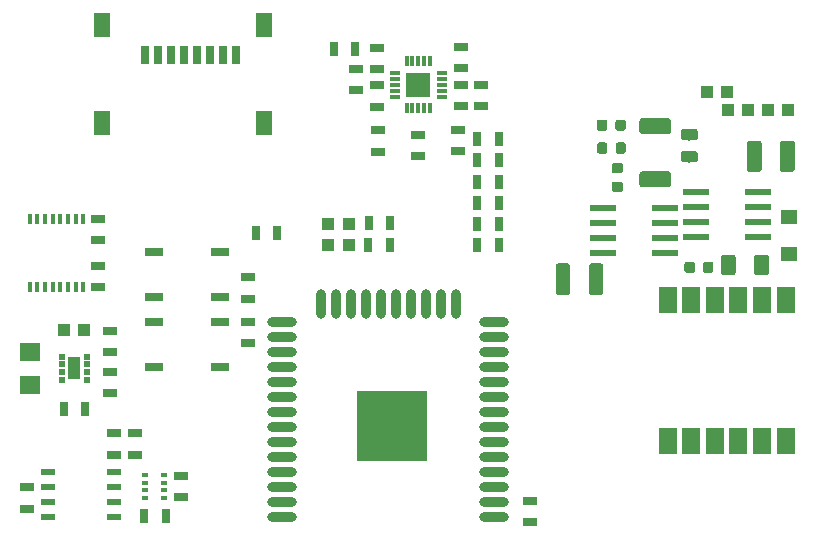
<source format=gbr>
G04 #@! TF.GenerationSoftware,KiCad,Pcbnew,(5.0.1-3-g963ef8bb5)*
G04 #@! TF.CreationDate,2019-05-10T17:55:58-07:00*
G04 #@! TF.ProjectId,ME203_Project,4D453230335F50726F6A6563742E6B69,rev?*
G04 #@! TF.SameCoordinates,Original*
G04 #@! TF.FileFunction,Paste,Top*
G04 #@! TF.FilePolarity,Positive*
%FSLAX46Y46*%
G04 Gerber Fmt 4.6, Leading zero omitted, Abs format (unit mm)*
G04 Created by KiCad (PCBNEW (5.0.1-3-g963ef8bb5)) date Friday, May 10, 2019 at 05:55:58 PM*
%MOMM*%
%LPD*%
G01*
G04 APERTURE LIST*
%ADD10C,0.100000*%
%ADD11R,1.198880X0.797560*%
%ADD12R,1.798320X1.597660*%
%ADD13R,6.000000X6.000000*%
%ADD14O,2.500000X0.900000*%
%ADD15O,0.900000X2.500000*%
%ADD16R,0.797560X1.198880*%
%ADD17R,0.812800X0.304800*%
%ADD18R,0.304800X0.812800*%
%ADD19R,2.159000X2.159000*%
%ADD20R,1.450000X2.000000*%
%ADD21R,0.800000X1.500000*%
%ADD22R,0.500000X0.350000*%
%ADD23R,1.524000X0.762000*%
%ADD24R,0.998220X0.998220*%
%ADD25R,1.099820X0.998220*%
%ADD26R,0.610000X0.500000*%
%ADD27R,1.100000X1.900000*%
%ADD28R,1.198880X0.599440*%
%ADD29R,1.397000X1.193800*%
%ADD30R,2.199640X0.599440*%
%ADD31R,1.498600X2.247900*%
%ADD32R,0.347980X0.899160*%
%ADD33C,0.875000*%
%ADD34C,1.250000*%
%ADD35C,0.975000*%
%ADD36C,1.350000*%
G04 APERTURE END LIST*
D10*
G04 #@! TO.C,U3*
G36*
X85080178Y-66981377D02*
X85777399Y-66981377D01*
X85777399Y-68184175D01*
X85080178Y-68184175D01*
X85080178Y-66981377D01*
G37*
G04 #@! TD*
D11*
G04 #@! TO.C,R23*
X88429599Y-64432216D03*
X88429599Y-66230536D03*
G04 #@! TD*
G04 #@! TO.C,R22*
X88429599Y-69730536D03*
X88429599Y-67932216D03*
G04 #@! TD*
D12*
G04 #@! TO.C,C7*
X81679599Y-66181837D03*
X81679599Y-68980917D03*
G04 #@! TD*
D11*
G04 #@! TO.C,C19*
X111050000Y-43650840D03*
X111050000Y-45449160D03*
G04 #@! TD*
D13*
G04 #@! TO.C,U4*
X112300000Y-72450000D03*
D14*
X121000000Y-80150000D03*
X121000000Y-78880000D03*
X121000000Y-77610000D03*
X121000000Y-76340000D03*
X121000000Y-75070000D03*
X121000000Y-73800000D03*
X121000000Y-72530000D03*
X121000000Y-71260000D03*
X121000000Y-69990000D03*
X121000000Y-68720000D03*
X121000000Y-67450000D03*
X121000000Y-66180000D03*
X121000000Y-64910000D03*
X121000000Y-63640000D03*
D15*
X117715000Y-62150000D03*
X116445000Y-62150000D03*
X115175000Y-62150000D03*
X113905000Y-62150000D03*
X112635000Y-62150000D03*
X111365000Y-62150000D03*
X110095000Y-62150000D03*
X108825000Y-62150000D03*
X107555000Y-62150000D03*
X106285000Y-62150000D03*
D14*
X103000000Y-63640000D03*
X103000000Y-64910000D03*
X103000000Y-66180000D03*
X103000000Y-67450000D03*
X103000000Y-68720000D03*
X103000000Y-69990000D03*
X103000000Y-71260000D03*
X103000000Y-72530000D03*
X103000000Y-73800000D03*
X103000000Y-75070000D03*
X103000000Y-76340000D03*
X103000000Y-77610000D03*
X103000000Y-78880000D03*
X103000000Y-80150000D03*
G04 #@! TD*
D11*
G04 #@! TO.C,C17*
X117891602Y-47416177D03*
X117891602Y-49214497D03*
G04 #@! TD*
G04 #@! TO.C,C12*
X94500000Y-78499160D03*
X94500000Y-76700840D03*
G04 #@! TD*
G04 #@! TO.C,C13*
X111048320Y-42250840D03*
X111048320Y-40452520D03*
G04 #@! TD*
G04 #@! TO.C,C14*
X118200000Y-43600840D03*
X118200000Y-45399160D03*
G04 #@! TD*
G04 #@! TO.C,C15*
X118200000Y-42199160D03*
X118200000Y-40400840D03*
G04 #@! TD*
G04 #@! TO.C,C18*
X111150000Y-49249160D03*
X111150000Y-47450840D03*
G04 #@! TD*
G04 #@! TO.C,R21*
X114550000Y-49649160D03*
X114550000Y-47850840D03*
G04 #@! TD*
D16*
G04 #@! TO.C,R20*
X100800840Y-56175000D03*
X102599160Y-56175000D03*
G04 #@! TD*
D11*
G04 #@! TO.C,FB1*
X109250000Y-44049160D03*
X109250000Y-42250840D03*
G04 #@! TD*
G04 #@! TO.C,FB2*
X119900000Y-43600840D03*
X119900000Y-45399160D03*
G04 #@! TD*
D16*
G04 #@! TO.C,C16*
X109199160Y-40550000D03*
X107400840Y-40550000D03*
G04 #@! TD*
D17*
G04 #@! TO.C,U6*
X116531200Y-44590600D03*
X116531200Y-44108000D03*
X116531200Y-43600000D03*
X116531200Y-43092000D03*
X116531200Y-42609400D03*
D18*
X115540600Y-41618800D03*
X115058000Y-41618800D03*
X114550000Y-41618800D03*
X114042000Y-41618800D03*
X113559400Y-41618800D03*
D17*
X112568800Y-42609400D03*
X112568800Y-43092000D03*
X112568800Y-43600000D03*
X112568800Y-44108000D03*
X112568800Y-44590600D03*
D18*
X113559400Y-45581200D03*
X114042000Y-45581200D03*
X114550000Y-45581200D03*
X115058000Y-45581200D03*
X115540600Y-45581200D03*
D19*
X114550000Y-43600000D03*
G04 #@! TD*
D20*
G04 #@! TO.C,J7*
X101525000Y-38500000D03*
X87775000Y-38500000D03*
X87775000Y-46800000D03*
X101525000Y-46800000D03*
D21*
X99150000Y-41100000D03*
X98050000Y-41100000D03*
X96950000Y-41100000D03*
X95850000Y-41100000D03*
X94750000Y-41100000D03*
X93650000Y-41100000D03*
X92550000Y-41100000D03*
X91450000Y-41100000D03*
G04 #@! TD*
D11*
G04 #@! TO.C,C5*
X87429599Y-58932216D03*
X87429599Y-60730536D03*
G04 #@! TD*
G04 #@! TO.C,C4*
X87429599Y-56730536D03*
X87429599Y-54932216D03*
G04 #@! TD*
G04 #@! TO.C,C6*
X81450000Y-77681840D03*
X81450000Y-79480160D03*
G04 #@! TD*
G04 #@! TO.C,C10*
X124000000Y-78850840D03*
X124000000Y-80649160D03*
G04 #@! TD*
D16*
G04 #@! TO.C,C11*
X91350840Y-80100000D03*
X93149160Y-80100000D03*
G04 #@! TD*
D11*
G04 #@! TO.C,R25*
X100100000Y-63700840D03*
X100100000Y-65499160D03*
G04 #@! TD*
G04 #@! TO.C,R24*
X100100000Y-59900840D03*
X100100000Y-61699160D03*
G04 #@! TD*
G04 #@! TO.C,R19*
X90550000Y-74899160D03*
X90550000Y-73100840D03*
G04 #@! TD*
G04 #@! TO.C,R18*
X88800000Y-73100840D03*
X88800000Y-74899160D03*
G04 #@! TD*
D16*
G04 #@! TO.C,R17*
X112126099Y-57186099D03*
X110327779Y-57186099D03*
G04 #@! TD*
G04 #@! TO.C,R16*
X110350840Y-55300000D03*
X112149160Y-55300000D03*
G04 #@! TD*
G04 #@! TO.C,R15*
X121349160Y-57200000D03*
X119550840Y-57200000D03*
G04 #@! TD*
G04 #@! TO.C,R14*
X119550840Y-55400000D03*
X121349160Y-55400000D03*
G04 #@! TD*
G04 #@! TO.C,R13*
X121349160Y-53600000D03*
X119550840Y-53600000D03*
G04 #@! TD*
G04 #@! TO.C,R12*
X119550840Y-51800000D03*
X121349160Y-51800000D03*
G04 #@! TD*
G04 #@! TO.C,R11*
X121349160Y-50000000D03*
X119550840Y-50000000D03*
G04 #@! TD*
G04 #@! TO.C,R10*
X119550840Y-48200000D03*
X121349160Y-48200000D03*
G04 #@! TD*
D22*
G04 #@! TO.C,U5*
X91450000Y-78575000D03*
X93050000Y-76625000D03*
X93050000Y-77275000D03*
X93050000Y-77925000D03*
X91450000Y-76625000D03*
X91450000Y-77275000D03*
X91450000Y-77925000D03*
X93050000Y-78575000D03*
G04 #@! TD*
D23*
G04 #@! TO.C,SW2*
X92206000Y-63695000D03*
X97794000Y-63695000D03*
X92206000Y-67505000D03*
X97794000Y-67505000D03*
G04 #@! TD*
G04 #@! TO.C,SW1*
X97794000Y-61605000D03*
X92206000Y-61605000D03*
X97794000Y-57795000D03*
X92206000Y-57795000D03*
G04 #@! TD*
D24*
G04 #@! TO.C,D3*
X106923700Y-57200000D03*
X108676300Y-57200000D03*
G04 #@! TD*
G04 #@! TO.C,D2*
X108676300Y-55350000D03*
X106923700Y-55350000D03*
G04 #@! TD*
D25*
G04 #@! TO.C,C8*
X84581240Y-64331376D03*
X86277960Y-64331376D03*
G04 #@! TD*
G04 #@! TO.C,R1*
X144151640Y-45750000D03*
X145848360Y-45750000D03*
G04 #@! TD*
G04 #@! TO.C,R2*
X142448360Y-45750000D03*
X140751640Y-45750000D03*
G04 #@! TD*
G04 #@! TO.C,R3*
X138951640Y-44200000D03*
X140648360Y-44200000D03*
G04 #@! TD*
D16*
G04 #@! TO.C,C9*
X86328760Y-71081376D03*
X84530440Y-71081376D03*
G04 #@! TD*
D26*
G04 #@! TO.C,U3*
X84379599Y-66606377D03*
X86479599Y-68556377D03*
X84379598Y-67256377D03*
X84379599Y-67906377D03*
X84379599Y-68556377D03*
X86479600Y-67906377D03*
X86479599Y-67256377D03*
X86479599Y-66606377D03*
D27*
X85429599Y-67581377D03*
G04 #@! TD*
D28*
G04 #@! TO.C,RTC1*
X83222920Y-76422000D03*
X83222920Y-77692000D03*
X83222920Y-78962000D03*
X83222920Y-80232000D03*
X88821080Y-80232000D03*
X88821080Y-78962000D03*
X88821080Y-77692000D03*
X88821080Y-76422000D03*
G04 #@! TD*
D29*
G04 #@! TO.C,D1*
X145900000Y-57899400D03*
X145900000Y-54800600D03*
G04 #@! TD*
D30*
G04 #@! TO.C,Q1*
X138101580Y-52645000D03*
X138101580Y-53915000D03*
X138101580Y-55185000D03*
X138101580Y-56455000D03*
X143298420Y-56455000D03*
X143298420Y-55185000D03*
X143298420Y-53915000D03*
X143298420Y-52645000D03*
G04 #@! TD*
G04 #@! TO.C,U1*
X130201580Y-54045000D03*
X130201580Y-55315000D03*
X130201580Y-56585000D03*
X130201580Y-57855000D03*
X135398420Y-57855000D03*
X135398420Y-56585000D03*
X135398420Y-55315000D03*
X135398420Y-54045000D03*
G04 #@! TD*
D31*
G04 #@! TO.C,T1*
X145646940Y-61775920D03*
X143647960Y-61775920D03*
X141646440Y-61775920D03*
X139650000Y-61775920D03*
X137648480Y-61775920D03*
X135649500Y-61775920D03*
X135649500Y-73724080D03*
X137648480Y-73724080D03*
X139650000Y-73724080D03*
X141646440Y-73724080D03*
X143647960Y-73724080D03*
X145646940Y-73724080D03*
G04 #@! TD*
D32*
G04 #@! TO.C,U2*
X86202900Y-60704116D03*
X85552660Y-60704116D03*
X84902421Y-60704116D03*
X84252180Y-60704116D03*
X83607020Y-60704116D03*
X82956780Y-60704117D03*
X82306540Y-60704116D03*
X81656300Y-60704116D03*
X81656300Y-54958636D03*
X82306540Y-54958636D03*
X82956779Y-54958636D03*
X83607020Y-54958636D03*
X84252180Y-54958636D03*
X84902420Y-54958635D03*
X85552660Y-54958636D03*
X86202900Y-54958636D03*
G04 #@! TD*
D10*
G04 #@! TO.C,CS1*
G36*
X139340191Y-58576053D02*
X139361426Y-58579203D01*
X139382250Y-58584419D01*
X139402462Y-58591651D01*
X139421868Y-58600830D01*
X139440281Y-58611866D01*
X139457524Y-58624654D01*
X139473430Y-58639070D01*
X139487846Y-58654976D01*
X139500634Y-58672219D01*
X139511670Y-58690632D01*
X139520849Y-58710038D01*
X139528081Y-58730250D01*
X139533297Y-58751074D01*
X139536447Y-58772309D01*
X139537500Y-58793750D01*
X139537500Y-59306250D01*
X139536447Y-59327691D01*
X139533297Y-59348926D01*
X139528081Y-59369750D01*
X139520849Y-59389962D01*
X139511670Y-59409368D01*
X139500634Y-59427781D01*
X139487846Y-59445024D01*
X139473430Y-59460930D01*
X139457524Y-59475346D01*
X139440281Y-59488134D01*
X139421868Y-59499170D01*
X139402462Y-59508349D01*
X139382250Y-59515581D01*
X139361426Y-59520797D01*
X139340191Y-59523947D01*
X139318750Y-59525000D01*
X138881250Y-59525000D01*
X138859809Y-59523947D01*
X138838574Y-59520797D01*
X138817750Y-59515581D01*
X138797538Y-59508349D01*
X138778132Y-59499170D01*
X138759719Y-59488134D01*
X138742476Y-59475346D01*
X138726570Y-59460930D01*
X138712154Y-59445024D01*
X138699366Y-59427781D01*
X138688330Y-59409368D01*
X138679151Y-59389962D01*
X138671919Y-59369750D01*
X138666703Y-59348926D01*
X138663553Y-59327691D01*
X138662500Y-59306250D01*
X138662500Y-58793750D01*
X138663553Y-58772309D01*
X138666703Y-58751074D01*
X138671919Y-58730250D01*
X138679151Y-58710038D01*
X138688330Y-58690632D01*
X138699366Y-58672219D01*
X138712154Y-58654976D01*
X138726570Y-58639070D01*
X138742476Y-58624654D01*
X138759719Y-58611866D01*
X138778132Y-58600830D01*
X138797538Y-58591651D01*
X138817750Y-58584419D01*
X138838574Y-58579203D01*
X138859809Y-58576053D01*
X138881250Y-58575000D01*
X139318750Y-58575000D01*
X139340191Y-58576053D01*
X139340191Y-58576053D01*
G37*
D33*
X139100000Y-59050000D03*
D10*
G36*
X137765191Y-58576053D02*
X137786426Y-58579203D01*
X137807250Y-58584419D01*
X137827462Y-58591651D01*
X137846868Y-58600830D01*
X137865281Y-58611866D01*
X137882524Y-58624654D01*
X137898430Y-58639070D01*
X137912846Y-58654976D01*
X137925634Y-58672219D01*
X137936670Y-58690632D01*
X137945849Y-58710038D01*
X137953081Y-58730250D01*
X137958297Y-58751074D01*
X137961447Y-58772309D01*
X137962500Y-58793750D01*
X137962500Y-59306250D01*
X137961447Y-59327691D01*
X137958297Y-59348926D01*
X137953081Y-59369750D01*
X137945849Y-59389962D01*
X137936670Y-59409368D01*
X137925634Y-59427781D01*
X137912846Y-59445024D01*
X137898430Y-59460930D01*
X137882524Y-59475346D01*
X137865281Y-59488134D01*
X137846868Y-59499170D01*
X137827462Y-59508349D01*
X137807250Y-59515581D01*
X137786426Y-59520797D01*
X137765191Y-59523947D01*
X137743750Y-59525000D01*
X137306250Y-59525000D01*
X137284809Y-59523947D01*
X137263574Y-59520797D01*
X137242750Y-59515581D01*
X137222538Y-59508349D01*
X137203132Y-59499170D01*
X137184719Y-59488134D01*
X137167476Y-59475346D01*
X137151570Y-59460930D01*
X137137154Y-59445024D01*
X137124366Y-59427781D01*
X137113330Y-59409368D01*
X137104151Y-59389962D01*
X137096919Y-59369750D01*
X137091703Y-59348926D01*
X137088553Y-59327691D01*
X137087500Y-59306250D01*
X137087500Y-58793750D01*
X137088553Y-58772309D01*
X137091703Y-58751074D01*
X137096919Y-58730250D01*
X137104151Y-58710038D01*
X137113330Y-58690632D01*
X137124366Y-58672219D01*
X137137154Y-58654976D01*
X137151570Y-58639070D01*
X137167476Y-58624654D01*
X137184719Y-58611866D01*
X137203132Y-58600830D01*
X137222538Y-58591651D01*
X137242750Y-58584419D01*
X137263574Y-58579203D01*
X137284809Y-58576053D01*
X137306250Y-58575000D01*
X137743750Y-58575000D01*
X137765191Y-58576053D01*
X137765191Y-58576053D01*
G37*
D33*
X137525000Y-59050000D03*
G04 #@! TD*
D10*
G04 #@! TO.C,CC1*
G36*
X131927691Y-48476053D02*
X131948926Y-48479203D01*
X131969750Y-48484419D01*
X131989962Y-48491651D01*
X132009368Y-48500830D01*
X132027781Y-48511866D01*
X132045024Y-48524654D01*
X132060930Y-48539070D01*
X132075346Y-48554976D01*
X132088134Y-48572219D01*
X132099170Y-48590632D01*
X132108349Y-48610038D01*
X132115581Y-48630250D01*
X132120797Y-48651074D01*
X132123947Y-48672309D01*
X132125000Y-48693750D01*
X132125000Y-49206250D01*
X132123947Y-49227691D01*
X132120797Y-49248926D01*
X132115581Y-49269750D01*
X132108349Y-49289962D01*
X132099170Y-49309368D01*
X132088134Y-49327781D01*
X132075346Y-49345024D01*
X132060930Y-49360930D01*
X132045024Y-49375346D01*
X132027781Y-49388134D01*
X132009368Y-49399170D01*
X131989962Y-49408349D01*
X131969750Y-49415581D01*
X131948926Y-49420797D01*
X131927691Y-49423947D01*
X131906250Y-49425000D01*
X131468750Y-49425000D01*
X131447309Y-49423947D01*
X131426074Y-49420797D01*
X131405250Y-49415581D01*
X131385038Y-49408349D01*
X131365632Y-49399170D01*
X131347219Y-49388134D01*
X131329976Y-49375346D01*
X131314070Y-49360930D01*
X131299654Y-49345024D01*
X131286866Y-49327781D01*
X131275830Y-49309368D01*
X131266651Y-49289962D01*
X131259419Y-49269750D01*
X131254203Y-49248926D01*
X131251053Y-49227691D01*
X131250000Y-49206250D01*
X131250000Y-48693750D01*
X131251053Y-48672309D01*
X131254203Y-48651074D01*
X131259419Y-48630250D01*
X131266651Y-48610038D01*
X131275830Y-48590632D01*
X131286866Y-48572219D01*
X131299654Y-48554976D01*
X131314070Y-48539070D01*
X131329976Y-48524654D01*
X131347219Y-48511866D01*
X131365632Y-48500830D01*
X131385038Y-48491651D01*
X131405250Y-48484419D01*
X131426074Y-48479203D01*
X131447309Y-48476053D01*
X131468750Y-48475000D01*
X131906250Y-48475000D01*
X131927691Y-48476053D01*
X131927691Y-48476053D01*
G37*
D33*
X131687500Y-48950000D03*
D10*
G36*
X130352691Y-48476053D02*
X130373926Y-48479203D01*
X130394750Y-48484419D01*
X130414962Y-48491651D01*
X130434368Y-48500830D01*
X130452781Y-48511866D01*
X130470024Y-48524654D01*
X130485930Y-48539070D01*
X130500346Y-48554976D01*
X130513134Y-48572219D01*
X130524170Y-48590632D01*
X130533349Y-48610038D01*
X130540581Y-48630250D01*
X130545797Y-48651074D01*
X130548947Y-48672309D01*
X130550000Y-48693750D01*
X130550000Y-49206250D01*
X130548947Y-49227691D01*
X130545797Y-49248926D01*
X130540581Y-49269750D01*
X130533349Y-49289962D01*
X130524170Y-49309368D01*
X130513134Y-49327781D01*
X130500346Y-49345024D01*
X130485930Y-49360930D01*
X130470024Y-49375346D01*
X130452781Y-49388134D01*
X130434368Y-49399170D01*
X130414962Y-49408349D01*
X130394750Y-49415581D01*
X130373926Y-49420797D01*
X130352691Y-49423947D01*
X130331250Y-49425000D01*
X129893750Y-49425000D01*
X129872309Y-49423947D01*
X129851074Y-49420797D01*
X129830250Y-49415581D01*
X129810038Y-49408349D01*
X129790632Y-49399170D01*
X129772219Y-49388134D01*
X129754976Y-49375346D01*
X129739070Y-49360930D01*
X129724654Y-49345024D01*
X129711866Y-49327781D01*
X129700830Y-49309368D01*
X129691651Y-49289962D01*
X129684419Y-49269750D01*
X129679203Y-49248926D01*
X129676053Y-49227691D01*
X129675000Y-49206250D01*
X129675000Y-48693750D01*
X129676053Y-48672309D01*
X129679203Y-48651074D01*
X129684419Y-48630250D01*
X129691651Y-48610038D01*
X129700830Y-48590632D01*
X129711866Y-48572219D01*
X129724654Y-48554976D01*
X129739070Y-48539070D01*
X129754976Y-48524654D01*
X129772219Y-48511866D01*
X129790632Y-48500830D01*
X129810038Y-48491651D01*
X129830250Y-48484419D01*
X129851074Y-48479203D01*
X129872309Y-48476053D01*
X129893750Y-48475000D01*
X130331250Y-48475000D01*
X130352691Y-48476053D01*
X130352691Y-48476053D01*
G37*
D33*
X130112500Y-48950000D03*
G04 #@! TD*
D10*
G04 #@! TO.C,C2*
G36*
X131677691Y-50226053D02*
X131698926Y-50229203D01*
X131719750Y-50234419D01*
X131739962Y-50241651D01*
X131759368Y-50250830D01*
X131777781Y-50261866D01*
X131795024Y-50274654D01*
X131810930Y-50289070D01*
X131825346Y-50304976D01*
X131838134Y-50322219D01*
X131849170Y-50340632D01*
X131858349Y-50360038D01*
X131865581Y-50380250D01*
X131870797Y-50401074D01*
X131873947Y-50422309D01*
X131875000Y-50443750D01*
X131875000Y-50881250D01*
X131873947Y-50902691D01*
X131870797Y-50923926D01*
X131865581Y-50944750D01*
X131858349Y-50964962D01*
X131849170Y-50984368D01*
X131838134Y-51002781D01*
X131825346Y-51020024D01*
X131810930Y-51035930D01*
X131795024Y-51050346D01*
X131777781Y-51063134D01*
X131759368Y-51074170D01*
X131739962Y-51083349D01*
X131719750Y-51090581D01*
X131698926Y-51095797D01*
X131677691Y-51098947D01*
X131656250Y-51100000D01*
X131143750Y-51100000D01*
X131122309Y-51098947D01*
X131101074Y-51095797D01*
X131080250Y-51090581D01*
X131060038Y-51083349D01*
X131040632Y-51074170D01*
X131022219Y-51063134D01*
X131004976Y-51050346D01*
X130989070Y-51035930D01*
X130974654Y-51020024D01*
X130961866Y-51002781D01*
X130950830Y-50984368D01*
X130941651Y-50964962D01*
X130934419Y-50944750D01*
X130929203Y-50923926D01*
X130926053Y-50902691D01*
X130925000Y-50881250D01*
X130925000Y-50443750D01*
X130926053Y-50422309D01*
X130929203Y-50401074D01*
X130934419Y-50380250D01*
X130941651Y-50360038D01*
X130950830Y-50340632D01*
X130961866Y-50322219D01*
X130974654Y-50304976D01*
X130989070Y-50289070D01*
X131004976Y-50274654D01*
X131022219Y-50261866D01*
X131040632Y-50250830D01*
X131060038Y-50241651D01*
X131080250Y-50234419D01*
X131101074Y-50229203D01*
X131122309Y-50226053D01*
X131143750Y-50225000D01*
X131656250Y-50225000D01*
X131677691Y-50226053D01*
X131677691Y-50226053D01*
G37*
D33*
X131400000Y-50662500D03*
D10*
G36*
X131677691Y-51801053D02*
X131698926Y-51804203D01*
X131719750Y-51809419D01*
X131739962Y-51816651D01*
X131759368Y-51825830D01*
X131777781Y-51836866D01*
X131795024Y-51849654D01*
X131810930Y-51864070D01*
X131825346Y-51879976D01*
X131838134Y-51897219D01*
X131849170Y-51915632D01*
X131858349Y-51935038D01*
X131865581Y-51955250D01*
X131870797Y-51976074D01*
X131873947Y-51997309D01*
X131875000Y-52018750D01*
X131875000Y-52456250D01*
X131873947Y-52477691D01*
X131870797Y-52498926D01*
X131865581Y-52519750D01*
X131858349Y-52539962D01*
X131849170Y-52559368D01*
X131838134Y-52577781D01*
X131825346Y-52595024D01*
X131810930Y-52610930D01*
X131795024Y-52625346D01*
X131777781Y-52638134D01*
X131759368Y-52649170D01*
X131739962Y-52658349D01*
X131719750Y-52665581D01*
X131698926Y-52670797D01*
X131677691Y-52673947D01*
X131656250Y-52675000D01*
X131143750Y-52675000D01*
X131122309Y-52673947D01*
X131101074Y-52670797D01*
X131080250Y-52665581D01*
X131060038Y-52658349D01*
X131040632Y-52649170D01*
X131022219Y-52638134D01*
X131004976Y-52625346D01*
X130989070Y-52610930D01*
X130974654Y-52595024D01*
X130961866Y-52577781D01*
X130950830Y-52559368D01*
X130941651Y-52539962D01*
X130934419Y-52519750D01*
X130929203Y-52498926D01*
X130926053Y-52477691D01*
X130925000Y-52456250D01*
X130925000Y-52018750D01*
X130926053Y-51997309D01*
X130929203Y-51976074D01*
X130934419Y-51955250D01*
X130941651Y-51935038D01*
X130950830Y-51915632D01*
X130961866Y-51897219D01*
X130974654Y-51879976D01*
X130989070Y-51864070D01*
X131004976Y-51849654D01*
X131022219Y-51836866D01*
X131040632Y-51825830D01*
X131060038Y-51816651D01*
X131080250Y-51809419D01*
X131101074Y-51804203D01*
X131122309Y-51801053D01*
X131143750Y-51800000D01*
X131656250Y-51800000D01*
X131677691Y-51801053D01*
X131677691Y-51801053D01*
G37*
D33*
X131400000Y-52237500D03*
G04 #@! TD*
D10*
G04 #@! TO.C,C3*
G36*
X143399504Y-48326204D02*
X143423773Y-48329804D01*
X143447571Y-48335765D01*
X143470671Y-48344030D01*
X143492849Y-48354520D01*
X143513893Y-48367133D01*
X143533598Y-48381747D01*
X143551777Y-48398223D01*
X143568253Y-48416402D01*
X143582867Y-48436107D01*
X143595480Y-48457151D01*
X143605970Y-48479329D01*
X143614235Y-48502429D01*
X143620196Y-48526227D01*
X143623796Y-48550496D01*
X143625000Y-48575000D01*
X143625000Y-50725000D01*
X143623796Y-50749504D01*
X143620196Y-50773773D01*
X143614235Y-50797571D01*
X143605970Y-50820671D01*
X143595480Y-50842849D01*
X143582867Y-50863893D01*
X143568253Y-50883598D01*
X143551777Y-50901777D01*
X143533598Y-50918253D01*
X143513893Y-50932867D01*
X143492849Y-50945480D01*
X143470671Y-50955970D01*
X143447571Y-50964235D01*
X143423773Y-50970196D01*
X143399504Y-50973796D01*
X143375000Y-50975000D01*
X142625000Y-50975000D01*
X142600496Y-50973796D01*
X142576227Y-50970196D01*
X142552429Y-50964235D01*
X142529329Y-50955970D01*
X142507151Y-50945480D01*
X142486107Y-50932867D01*
X142466402Y-50918253D01*
X142448223Y-50901777D01*
X142431747Y-50883598D01*
X142417133Y-50863893D01*
X142404520Y-50842849D01*
X142394030Y-50820671D01*
X142385765Y-50797571D01*
X142379804Y-50773773D01*
X142376204Y-50749504D01*
X142375000Y-50725000D01*
X142375000Y-48575000D01*
X142376204Y-48550496D01*
X142379804Y-48526227D01*
X142385765Y-48502429D01*
X142394030Y-48479329D01*
X142404520Y-48457151D01*
X142417133Y-48436107D01*
X142431747Y-48416402D01*
X142448223Y-48398223D01*
X142466402Y-48381747D01*
X142486107Y-48367133D01*
X142507151Y-48354520D01*
X142529329Y-48344030D01*
X142552429Y-48335765D01*
X142576227Y-48329804D01*
X142600496Y-48326204D01*
X142625000Y-48325000D01*
X143375000Y-48325000D01*
X143399504Y-48326204D01*
X143399504Y-48326204D01*
G37*
D34*
X143000000Y-49650000D03*
D10*
G36*
X146199504Y-48326204D02*
X146223773Y-48329804D01*
X146247571Y-48335765D01*
X146270671Y-48344030D01*
X146292849Y-48354520D01*
X146313893Y-48367133D01*
X146333598Y-48381747D01*
X146351777Y-48398223D01*
X146368253Y-48416402D01*
X146382867Y-48436107D01*
X146395480Y-48457151D01*
X146405970Y-48479329D01*
X146414235Y-48502429D01*
X146420196Y-48526227D01*
X146423796Y-48550496D01*
X146425000Y-48575000D01*
X146425000Y-50725000D01*
X146423796Y-50749504D01*
X146420196Y-50773773D01*
X146414235Y-50797571D01*
X146405970Y-50820671D01*
X146395480Y-50842849D01*
X146382867Y-50863893D01*
X146368253Y-50883598D01*
X146351777Y-50901777D01*
X146333598Y-50918253D01*
X146313893Y-50932867D01*
X146292849Y-50945480D01*
X146270671Y-50955970D01*
X146247571Y-50964235D01*
X146223773Y-50970196D01*
X146199504Y-50973796D01*
X146175000Y-50975000D01*
X145425000Y-50975000D01*
X145400496Y-50973796D01*
X145376227Y-50970196D01*
X145352429Y-50964235D01*
X145329329Y-50955970D01*
X145307151Y-50945480D01*
X145286107Y-50932867D01*
X145266402Y-50918253D01*
X145248223Y-50901777D01*
X145231747Y-50883598D01*
X145217133Y-50863893D01*
X145204520Y-50842849D01*
X145194030Y-50820671D01*
X145185765Y-50797571D01*
X145179804Y-50773773D01*
X145176204Y-50749504D01*
X145175000Y-50725000D01*
X145175000Y-48575000D01*
X145176204Y-48550496D01*
X145179804Y-48526227D01*
X145185765Y-48502429D01*
X145194030Y-48479329D01*
X145204520Y-48457151D01*
X145217133Y-48436107D01*
X145231747Y-48416402D01*
X145248223Y-48398223D01*
X145266402Y-48381747D01*
X145286107Y-48367133D01*
X145307151Y-48354520D01*
X145329329Y-48344030D01*
X145352429Y-48335765D01*
X145376227Y-48329804D01*
X145400496Y-48326204D01*
X145425000Y-48325000D01*
X146175000Y-48325000D01*
X146199504Y-48326204D01*
X146199504Y-48326204D01*
G37*
D34*
X145800000Y-49650000D03*
G04 #@! TD*
D10*
G04 #@! TO.C,C1*
G36*
X127199504Y-58726204D02*
X127223773Y-58729804D01*
X127247571Y-58735765D01*
X127270671Y-58744030D01*
X127292849Y-58754520D01*
X127313893Y-58767133D01*
X127333598Y-58781747D01*
X127351777Y-58798223D01*
X127368253Y-58816402D01*
X127382867Y-58836107D01*
X127395480Y-58857151D01*
X127405970Y-58879329D01*
X127414235Y-58902429D01*
X127420196Y-58926227D01*
X127423796Y-58950496D01*
X127425000Y-58975000D01*
X127425000Y-61125000D01*
X127423796Y-61149504D01*
X127420196Y-61173773D01*
X127414235Y-61197571D01*
X127405970Y-61220671D01*
X127395480Y-61242849D01*
X127382867Y-61263893D01*
X127368253Y-61283598D01*
X127351777Y-61301777D01*
X127333598Y-61318253D01*
X127313893Y-61332867D01*
X127292849Y-61345480D01*
X127270671Y-61355970D01*
X127247571Y-61364235D01*
X127223773Y-61370196D01*
X127199504Y-61373796D01*
X127175000Y-61375000D01*
X126425000Y-61375000D01*
X126400496Y-61373796D01*
X126376227Y-61370196D01*
X126352429Y-61364235D01*
X126329329Y-61355970D01*
X126307151Y-61345480D01*
X126286107Y-61332867D01*
X126266402Y-61318253D01*
X126248223Y-61301777D01*
X126231747Y-61283598D01*
X126217133Y-61263893D01*
X126204520Y-61242849D01*
X126194030Y-61220671D01*
X126185765Y-61197571D01*
X126179804Y-61173773D01*
X126176204Y-61149504D01*
X126175000Y-61125000D01*
X126175000Y-58975000D01*
X126176204Y-58950496D01*
X126179804Y-58926227D01*
X126185765Y-58902429D01*
X126194030Y-58879329D01*
X126204520Y-58857151D01*
X126217133Y-58836107D01*
X126231747Y-58816402D01*
X126248223Y-58798223D01*
X126266402Y-58781747D01*
X126286107Y-58767133D01*
X126307151Y-58754520D01*
X126329329Y-58744030D01*
X126352429Y-58735765D01*
X126376227Y-58729804D01*
X126400496Y-58726204D01*
X126425000Y-58725000D01*
X127175000Y-58725000D01*
X127199504Y-58726204D01*
X127199504Y-58726204D01*
G37*
D34*
X126800000Y-60050000D03*
D10*
G36*
X129999504Y-58726204D02*
X130023773Y-58729804D01*
X130047571Y-58735765D01*
X130070671Y-58744030D01*
X130092849Y-58754520D01*
X130113893Y-58767133D01*
X130133598Y-58781747D01*
X130151777Y-58798223D01*
X130168253Y-58816402D01*
X130182867Y-58836107D01*
X130195480Y-58857151D01*
X130205970Y-58879329D01*
X130214235Y-58902429D01*
X130220196Y-58926227D01*
X130223796Y-58950496D01*
X130225000Y-58975000D01*
X130225000Y-61125000D01*
X130223796Y-61149504D01*
X130220196Y-61173773D01*
X130214235Y-61197571D01*
X130205970Y-61220671D01*
X130195480Y-61242849D01*
X130182867Y-61263893D01*
X130168253Y-61283598D01*
X130151777Y-61301777D01*
X130133598Y-61318253D01*
X130113893Y-61332867D01*
X130092849Y-61345480D01*
X130070671Y-61355970D01*
X130047571Y-61364235D01*
X130023773Y-61370196D01*
X129999504Y-61373796D01*
X129975000Y-61375000D01*
X129225000Y-61375000D01*
X129200496Y-61373796D01*
X129176227Y-61370196D01*
X129152429Y-61364235D01*
X129129329Y-61355970D01*
X129107151Y-61345480D01*
X129086107Y-61332867D01*
X129066402Y-61318253D01*
X129048223Y-61301777D01*
X129031747Y-61283598D01*
X129017133Y-61263893D01*
X129004520Y-61242849D01*
X128994030Y-61220671D01*
X128985765Y-61197571D01*
X128979804Y-61173773D01*
X128976204Y-61149504D01*
X128975000Y-61125000D01*
X128975000Y-58975000D01*
X128976204Y-58950496D01*
X128979804Y-58926227D01*
X128985765Y-58902429D01*
X128994030Y-58879329D01*
X129004520Y-58857151D01*
X129017133Y-58836107D01*
X129031747Y-58816402D01*
X129048223Y-58798223D01*
X129066402Y-58781747D01*
X129086107Y-58767133D01*
X129107151Y-58754520D01*
X129129329Y-58744030D01*
X129152429Y-58735765D01*
X129176227Y-58729804D01*
X129200496Y-58726204D01*
X129225000Y-58725000D01*
X129975000Y-58725000D01*
X129999504Y-58726204D01*
X129999504Y-58726204D01*
G37*
D34*
X129600000Y-60050000D03*
G04 #@! TD*
D10*
G04 #@! TO.C,RC1*
G36*
X130342691Y-46536053D02*
X130363926Y-46539203D01*
X130384750Y-46544419D01*
X130404962Y-46551651D01*
X130424368Y-46560830D01*
X130442781Y-46571866D01*
X130460024Y-46584654D01*
X130475930Y-46599070D01*
X130490346Y-46614976D01*
X130503134Y-46632219D01*
X130514170Y-46650632D01*
X130523349Y-46670038D01*
X130530581Y-46690250D01*
X130535797Y-46711074D01*
X130538947Y-46732309D01*
X130540000Y-46753750D01*
X130540000Y-47266250D01*
X130538947Y-47287691D01*
X130535797Y-47308926D01*
X130530581Y-47329750D01*
X130523349Y-47349962D01*
X130514170Y-47369368D01*
X130503134Y-47387781D01*
X130490346Y-47405024D01*
X130475930Y-47420930D01*
X130460024Y-47435346D01*
X130442781Y-47448134D01*
X130424368Y-47459170D01*
X130404962Y-47468349D01*
X130384750Y-47475581D01*
X130363926Y-47480797D01*
X130342691Y-47483947D01*
X130321250Y-47485000D01*
X129883750Y-47485000D01*
X129862309Y-47483947D01*
X129841074Y-47480797D01*
X129820250Y-47475581D01*
X129800038Y-47468349D01*
X129780632Y-47459170D01*
X129762219Y-47448134D01*
X129744976Y-47435346D01*
X129729070Y-47420930D01*
X129714654Y-47405024D01*
X129701866Y-47387781D01*
X129690830Y-47369368D01*
X129681651Y-47349962D01*
X129674419Y-47329750D01*
X129669203Y-47308926D01*
X129666053Y-47287691D01*
X129665000Y-47266250D01*
X129665000Y-46753750D01*
X129666053Y-46732309D01*
X129669203Y-46711074D01*
X129674419Y-46690250D01*
X129681651Y-46670038D01*
X129690830Y-46650632D01*
X129701866Y-46632219D01*
X129714654Y-46614976D01*
X129729070Y-46599070D01*
X129744976Y-46584654D01*
X129762219Y-46571866D01*
X129780632Y-46560830D01*
X129800038Y-46551651D01*
X129820250Y-46544419D01*
X129841074Y-46539203D01*
X129862309Y-46536053D01*
X129883750Y-46535000D01*
X130321250Y-46535000D01*
X130342691Y-46536053D01*
X130342691Y-46536053D01*
G37*
D33*
X130102500Y-47010000D03*
D10*
G36*
X131917691Y-46536053D02*
X131938926Y-46539203D01*
X131959750Y-46544419D01*
X131979962Y-46551651D01*
X131999368Y-46560830D01*
X132017781Y-46571866D01*
X132035024Y-46584654D01*
X132050930Y-46599070D01*
X132065346Y-46614976D01*
X132078134Y-46632219D01*
X132089170Y-46650632D01*
X132098349Y-46670038D01*
X132105581Y-46690250D01*
X132110797Y-46711074D01*
X132113947Y-46732309D01*
X132115000Y-46753750D01*
X132115000Y-47266250D01*
X132113947Y-47287691D01*
X132110797Y-47308926D01*
X132105581Y-47329750D01*
X132098349Y-47349962D01*
X132089170Y-47369368D01*
X132078134Y-47387781D01*
X132065346Y-47405024D01*
X132050930Y-47420930D01*
X132035024Y-47435346D01*
X132017781Y-47448134D01*
X131999368Y-47459170D01*
X131979962Y-47468349D01*
X131959750Y-47475581D01*
X131938926Y-47480797D01*
X131917691Y-47483947D01*
X131896250Y-47485000D01*
X131458750Y-47485000D01*
X131437309Y-47483947D01*
X131416074Y-47480797D01*
X131395250Y-47475581D01*
X131375038Y-47468349D01*
X131355632Y-47459170D01*
X131337219Y-47448134D01*
X131319976Y-47435346D01*
X131304070Y-47420930D01*
X131289654Y-47405024D01*
X131276866Y-47387781D01*
X131265830Y-47369368D01*
X131256651Y-47349962D01*
X131249419Y-47329750D01*
X131244203Y-47308926D01*
X131241053Y-47287691D01*
X131240000Y-47266250D01*
X131240000Y-46753750D01*
X131241053Y-46732309D01*
X131244203Y-46711074D01*
X131249419Y-46690250D01*
X131256651Y-46670038D01*
X131265830Y-46650632D01*
X131276866Y-46632219D01*
X131289654Y-46614976D01*
X131304070Y-46599070D01*
X131319976Y-46584654D01*
X131337219Y-46571866D01*
X131355632Y-46560830D01*
X131375038Y-46551651D01*
X131395250Y-46544419D01*
X131416074Y-46539203D01*
X131437309Y-46536053D01*
X131458750Y-46535000D01*
X131896250Y-46535000D01*
X131917691Y-46536053D01*
X131917691Y-46536053D01*
G37*
D33*
X131677500Y-47010000D03*
G04 #@! TD*
D10*
G04 #@! TO.C,RF1*
G36*
X137980142Y-49201174D02*
X138003803Y-49204684D01*
X138027007Y-49210496D01*
X138049529Y-49218554D01*
X138071153Y-49228782D01*
X138091670Y-49241079D01*
X138110883Y-49255329D01*
X138128607Y-49271393D01*
X138144671Y-49289117D01*
X138158921Y-49308330D01*
X138171218Y-49328847D01*
X138181446Y-49350471D01*
X138189504Y-49372993D01*
X138195316Y-49396197D01*
X138198826Y-49419858D01*
X138200000Y-49443750D01*
X138200000Y-49931250D01*
X138198826Y-49955142D01*
X138195316Y-49978803D01*
X138189504Y-50002007D01*
X138181446Y-50024529D01*
X138171218Y-50046153D01*
X138158921Y-50066670D01*
X138144671Y-50085883D01*
X138128607Y-50103607D01*
X138110883Y-50119671D01*
X138091670Y-50133921D01*
X138071153Y-50146218D01*
X138049529Y-50156446D01*
X138027007Y-50164504D01*
X138003803Y-50170316D01*
X137980142Y-50173826D01*
X137956250Y-50175000D01*
X137043750Y-50175000D01*
X137019858Y-50173826D01*
X136996197Y-50170316D01*
X136972993Y-50164504D01*
X136950471Y-50156446D01*
X136928847Y-50146218D01*
X136908330Y-50133921D01*
X136889117Y-50119671D01*
X136871393Y-50103607D01*
X136855329Y-50085883D01*
X136841079Y-50066670D01*
X136828782Y-50046153D01*
X136818554Y-50024529D01*
X136810496Y-50002007D01*
X136804684Y-49978803D01*
X136801174Y-49955142D01*
X136800000Y-49931250D01*
X136800000Y-49443750D01*
X136801174Y-49419858D01*
X136804684Y-49396197D01*
X136810496Y-49372993D01*
X136818554Y-49350471D01*
X136828782Y-49328847D01*
X136841079Y-49308330D01*
X136855329Y-49289117D01*
X136871393Y-49271393D01*
X136889117Y-49255329D01*
X136908330Y-49241079D01*
X136928847Y-49228782D01*
X136950471Y-49218554D01*
X136972993Y-49210496D01*
X136996197Y-49204684D01*
X137019858Y-49201174D01*
X137043750Y-49200000D01*
X137956250Y-49200000D01*
X137980142Y-49201174D01*
X137980142Y-49201174D01*
G37*
D35*
X137500000Y-49687500D03*
D10*
G36*
X137980142Y-47326174D02*
X138003803Y-47329684D01*
X138027007Y-47335496D01*
X138049529Y-47343554D01*
X138071153Y-47353782D01*
X138091670Y-47366079D01*
X138110883Y-47380329D01*
X138128607Y-47396393D01*
X138144671Y-47414117D01*
X138158921Y-47433330D01*
X138171218Y-47453847D01*
X138181446Y-47475471D01*
X138189504Y-47497993D01*
X138195316Y-47521197D01*
X138198826Y-47544858D01*
X138200000Y-47568750D01*
X138200000Y-48056250D01*
X138198826Y-48080142D01*
X138195316Y-48103803D01*
X138189504Y-48127007D01*
X138181446Y-48149529D01*
X138171218Y-48171153D01*
X138158921Y-48191670D01*
X138144671Y-48210883D01*
X138128607Y-48228607D01*
X138110883Y-48244671D01*
X138091670Y-48258921D01*
X138071153Y-48271218D01*
X138049529Y-48281446D01*
X138027007Y-48289504D01*
X138003803Y-48295316D01*
X137980142Y-48298826D01*
X137956250Y-48300000D01*
X137043750Y-48300000D01*
X137019858Y-48298826D01*
X136996197Y-48295316D01*
X136972993Y-48289504D01*
X136950471Y-48281446D01*
X136928847Y-48271218D01*
X136908330Y-48258921D01*
X136889117Y-48244671D01*
X136871393Y-48228607D01*
X136855329Y-48210883D01*
X136841079Y-48191670D01*
X136828782Y-48171153D01*
X136818554Y-48149529D01*
X136810496Y-48127007D01*
X136804684Y-48103803D01*
X136801174Y-48080142D01*
X136800000Y-48056250D01*
X136800000Y-47568750D01*
X136801174Y-47544858D01*
X136804684Y-47521197D01*
X136810496Y-47497993D01*
X136818554Y-47475471D01*
X136828782Y-47453847D01*
X136841079Y-47433330D01*
X136855329Y-47414117D01*
X136871393Y-47396393D01*
X136889117Y-47380329D01*
X136908330Y-47366079D01*
X136928847Y-47353782D01*
X136950471Y-47343554D01*
X136972993Y-47335496D01*
X136996197Y-47329684D01*
X137019858Y-47326174D01*
X137043750Y-47325000D01*
X137956250Y-47325000D01*
X137980142Y-47326174D01*
X137980142Y-47326174D01*
G37*
D35*
X137500000Y-47812500D03*
G04 #@! TD*
D10*
G04 #@! TO.C,RS1*
G36*
X143999504Y-57976204D02*
X144023773Y-57979804D01*
X144047571Y-57985765D01*
X144070671Y-57994030D01*
X144092849Y-58004520D01*
X144113893Y-58017133D01*
X144133598Y-58031747D01*
X144151777Y-58048223D01*
X144168253Y-58066402D01*
X144182867Y-58086107D01*
X144195480Y-58107151D01*
X144205970Y-58129329D01*
X144214235Y-58152429D01*
X144220196Y-58176227D01*
X144223796Y-58200496D01*
X144225000Y-58225000D01*
X144225000Y-59475000D01*
X144223796Y-59499504D01*
X144220196Y-59523773D01*
X144214235Y-59547571D01*
X144205970Y-59570671D01*
X144195480Y-59592849D01*
X144182867Y-59613893D01*
X144168253Y-59633598D01*
X144151777Y-59651777D01*
X144133598Y-59668253D01*
X144113893Y-59682867D01*
X144092849Y-59695480D01*
X144070671Y-59705970D01*
X144047571Y-59714235D01*
X144023773Y-59720196D01*
X143999504Y-59723796D01*
X143975000Y-59725000D01*
X143225000Y-59725000D01*
X143200496Y-59723796D01*
X143176227Y-59720196D01*
X143152429Y-59714235D01*
X143129329Y-59705970D01*
X143107151Y-59695480D01*
X143086107Y-59682867D01*
X143066402Y-59668253D01*
X143048223Y-59651777D01*
X143031747Y-59633598D01*
X143017133Y-59613893D01*
X143004520Y-59592849D01*
X142994030Y-59570671D01*
X142985765Y-59547571D01*
X142979804Y-59523773D01*
X142976204Y-59499504D01*
X142975000Y-59475000D01*
X142975000Y-58225000D01*
X142976204Y-58200496D01*
X142979804Y-58176227D01*
X142985765Y-58152429D01*
X142994030Y-58129329D01*
X143004520Y-58107151D01*
X143017133Y-58086107D01*
X143031747Y-58066402D01*
X143048223Y-58048223D01*
X143066402Y-58031747D01*
X143086107Y-58017133D01*
X143107151Y-58004520D01*
X143129329Y-57994030D01*
X143152429Y-57985765D01*
X143176227Y-57979804D01*
X143200496Y-57976204D01*
X143225000Y-57975000D01*
X143975000Y-57975000D01*
X143999504Y-57976204D01*
X143999504Y-57976204D01*
G37*
D34*
X143600000Y-58850000D03*
D10*
G36*
X141199504Y-57976204D02*
X141223773Y-57979804D01*
X141247571Y-57985765D01*
X141270671Y-57994030D01*
X141292849Y-58004520D01*
X141313893Y-58017133D01*
X141333598Y-58031747D01*
X141351777Y-58048223D01*
X141368253Y-58066402D01*
X141382867Y-58086107D01*
X141395480Y-58107151D01*
X141405970Y-58129329D01*
X141414235Y-58152429D01*
X141420196Y-58176227D01*
X141423796Y-58200496D01*
X141425000Y-58225000D01*
X141425000Y-59475000D01*
X141423796Y-59499504D01*
X141420196Y-59523773D01*
X141414235Y-59547571D01*
X141405970Y-59570671D01*
X141395480Y-59592849D01*
X141382867Y-59613893D01*
X141368253Y-59633598D01*
X141351777Y-59651777D01*
X141333598Y-59668253D01*
X141313893Y-59682867D01*
X141292849Y-59695480D01*
X141270671Y-59705970D01*
X141247571Y-59714235D01*
X141223773Y-59720196D01*
X141199504Y-59723796D01*
X141175000Y-59725000D01*
X140425000Y-59725000D01*
X140400496Y-59723796D01*
X140376227Y-59720196D01*
X140352429Y-59714235D01*
X140329329Y-59705970D01*
X140307151Y-59695480D01*
X140286107Y-59682867D01*
X140266402Y-59668253D01*
X140248223Y-59651777D01*
X140231747Y-59633598D01*
X140217133Y-59613893D01*
X140204520Y-59592849D01*
X140194030Y-59570671D01*
X140185765Y-59547571D01*
X140179804Y-59523773D01*
X140176204Y-59499504D01*
X140175000Y-59475000D01*
X140175000Y-58225000D01*
X140176204Y-58200496D01*
X140179804Y-58176227D01*
X140185765Y-58152429D01*
X140194030Y-58129329D01*
X140204520Y-58107151D01*
X140217133Y-58086107D01*
X140231747Y-58066402D01*
X140248223Y-58048223D01*
X140266402Y-58031747D01*
X140286107Y-58017133D01*
X140307151Y-58004520D01*
X140329329Y-57994030D01*
X140352429Y-57985765D01*
X140376227Y-57979804D01*
X140400496Y-57976204D01*
X140425000Y-57975000D01*
X141175000Y-57975000D01*
X141199504Y-57976204D01*
X141199504Y-57976204D01*
G37*
D34*
X140800000Y-58850000D03*
G04 #@! TD*
D10*
G04 #@! TO.C,Rsen1*
G36*
X135699505Y-46426204D02*
X135723773Y-46429804D01*
X135747572Y-46435765D01*
X135770671Y-46444030D01*
X135792850Y-46454520D01*
X135813893Y-46467132D01*
X135833599Y-46481747D01*
X135851777Y-46498223D01*
X135868253Y-46516401D01*
X135882868Y-46536107D01*
X135895480Y-46557150D01*
X135905970Y-46579329D01*
X135914235Y-46602428D01*
X135920196Y-46626227D01*
X135923796Y-46650495D01*
X135925000Y-46674999D01*
X135925000Y-47525001D01*
X135923796Y-47549505D01*
X135920196Y-47573773D01*
X135914235Y-47597572D01*
X135905970Y-47620671D01*
X135895480Y-47642850D01*
X135882868Y-47663893D01*
X135868253Y-47683599D01*
X135851777Y-47701777D01*
X135833599Y-47718253D01*
X135813893Y-47732868D01*
X135792850Y-47745480D01*
X135770671Y-47755970D01*
X135747572Y-47764235D01*
X135723773Y-47770196D01*
X135699505Y-47773796D01*
X135675001Y-47775000D01*
X133524999Y-47775000D01*
X133500495Y-47773796D01*
X133476227Y-47770196D01*
X133452428Y-47764235D01*
X133429329Y-47755970D01*
X133407150Y-47745480D01*
X133386107Y-47732868D01*
X133366401Y-47718253D01*
X133348223Y-47701777D01*
X133331747Y-47683599D01*
X133317132Y-47663893D01*
X133304520Y-47642850D01*
X133294030Y-47620671D01*
X133285765Y-47597572D01*
X133279804Y-47573773D01*
X133276204Y-47549505D01*
X133275000Y-47525001D01*
X133275000Y-46674999D01*
X133276204Y-46650495D01*
X133279804Y-46626227D01*
X133285765Y-46602428D01*
X133294030Y-46579329D01*
X133304520Y-46557150D01*
X133317132Y-46536107D01*
X133331747Y-46516401D01*
X133348223Y-46498223D01*
X133366401Y-46481747D01*
X133386107Y-46467132D01*
X133407150Y-46454520D01*
X133429329Y-46444030D01*
X133452428Y-46435765D01*
X133476227Y-46429804D01*
X133500495Y-46426204D01*
X133524999Y-46425000D01*
X135675001Y-46425000D01*
X135699505Y-46426204D01*
X135699505Y-46426204D01*
G37*
D36*
X134600000Y-47100000D03*
D10*
G36*
X135699505Y-50926204D02*
X135723773Y-50929804D01*
X135747572Y-50935765D01*
X135770671Y-50944030D01*
X135792850Y-50954520D01*
X135813893Y-50967132D01*
X135833599Y-50981747D01*
X135851777Y-50998223D01*
X135868253Y-51016401D01*
X135882868Y-51036107D01*
X135895480Y-51057150D01*
X135905970Y-51079329D01*
X135914235Y-51102428D01*
X135920196Y-51126227D01*
X135923796Y-51150495D01*
X135925000Y-51174999D01*
X135925000Y-52025001D01*
X135923796Y-52049505D01*
X135920196Y-52073773D01*
X135914235Y-52097572D01*
X135905970Y-52120671D01*
X135895480Y-52142850D01*
X135882868Y-52163893D01*
X135868253Y-52183599D01*
X135851777Y-52201777D01*
X135833599Y-52218253D01*
X135813893Y-52232868D01*
X135792850Y-52245480D01*
X135770671Y-52255970D01*
X135747572Y-52264235D01*
X135723773Y-52270196D01*
X135699505Y-52273796D01*
X135675001Y-52275000D01*
X133524999Y-52275000D01*
X133500495Y-52273796D01*
X133476227Y-52270196D01*
X133452428Y-52264235D01*
X133429329Y-52255970D01*
X133407150Y-52245480D01*
X133386107Y-52232868D01*
X133366401Y-52218253D01*
X133348223Y-52201777D01*
X133331747Y-52183599D01*
X133317132Y-52163893D01*
X133304520Y-52142850D01*
X133294030Y-52120671D01*
X133285765Y-52097572D01*
X133279804Y-52073773D01*
X133276204Y-52049505D01*
X133275000Y-52025001D01*
X133275000Y-51174999D01*
X133276204Y-51150495D01*
X133279804Y-51126227D01*
X133285765Y-51102428D01*
X133294030Y-51079329D01*
X133304520Y-51057150D01*
X133317132Y-51036107D01*
X133331747Y-51016401D01*
X133348223Y-50998223D01*
X133366401Y-50981747D01*
X133386107Y-50967132D01*
X133407150Y-50954520D01*
X133429329Y-50944030D01*
X133452428Y-50935765D01*
X133476227Y-50929804D01*
X133500495Y-50926204D01*
X133524999Y-50925000D01*
X135675001Y-50925000D01*
X135699505Y-50926204D01*
X135699505Y-50926204D01*
G37*
D36*
X134600000Y-51600000D03*
G04 #@! TD*
M02*

</source>
